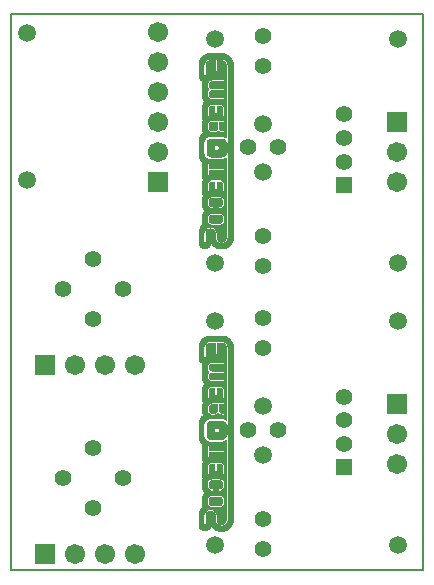
<source format=gbs>
%FSLAX23Y23*%
%MOIN*%
G70*
G01*
G75*
G04 Layer_Color=16711935*
%ADD10C,0.005*%
%ADD11R,0.067X0.043*%
%ADD12C,0.010*%
%ADD13R,0.037X0.035*%
%ADD14R,0.037X0.035*%
%ADD15R,0.045X0.069*%
%ADD16R,0.069X0.045*%
%ADD17C,0.012*%
%ADD18R,0.043X0.055*%
%ADD19O,0.010X0.022*%
%ADD20O,0.022X0.010*%
%ADD21C,0.008*%
%ADD22C,0.047*%
%ADD23C,0.059*%
%ADD24R,0.059X0.059*%
%ADD25R,0.059X0.059*%
%ADD26R,0.047X0.047*%
%ADD27C,0.051*%
%ADD28C,0.028*%
%ADD29C,0.024*%
%ADD30C,0.008*%
%ADD31C,0.010*%
%ADD32C,0.007*%
%ADD33R,0.075X0.051*%
%ADD34R,0.045X0.043*%
%ADD35R,0.045X0.043*%
%ADD36R,0.053X0.077*%
%ADD37R,0.077X0.053*%
%ADD38R,0.051X0.063*%
%ADD39O,0.018X0.030*%
%ADD40O,0.030X0.018*%
%ADD41C,0.055*%
%ADD42C,0.067*%
%ADD43R,0.067X0.067*%
%ADD44R,0.067X0.067*%
%ADD45R,0.055X0.055*%
%ADD46C,0.059*%
%ADD47C,0.001*%
D10*
X0Y0D02*
X1374D01*
Y1853D01*
X0D02*
X1374D01*
X0Y0D02*
Y1853D01*
D41*
X374Y309D02*
D03*
X274Y209D02*
D03*
X174Y309D02*
D03*
X274Y409D02*
D03*
X374Y939D02*
D03*
X274Y839D02*
D03*
X174Y939D02*
D03*
X274Y1039D02*
D03*
X838Y172D02*
D03*
Y72D02*
D03*
Y741D02*
D03*
Y841D02*
D03*
X888Y469D02*
D03*
X788D02*
D03*
X1111Y579D02*
D03*
Y500D02*
D03*
Y421D02*
D03*
X838Y1113D02*
D03*
Y1013D02*
D03*
Y1682D02*
D03*
Y1782D02*
D03*
X888Y1410D02*
D03*
X788D02*
D03*
X1111Y1520D02*
D03*
Y1441D02*
D03*
Y1362D02*
D03*
D42*
X412Y54D02*
D03*
X312D02*
D03*
X212D02*
D03*
X412Y684D02*
D03*
X312D02*
D03*
X212D02*
D03*
X1286Y355D02*
D03*
Y455D02*
D03*
Y1296D02*
D03*
Y1396D02*
D03*
X489Y1795D02*
D03*
Y1695D02*
D03*
Y1595D02*
D03*
Y1495D02*
D03*
Y1395D02*
D03*
D43*
X112Y54D02*
D03*
Y684D02*
D03*
D44*
X1286Y555D02*
D03*
Y1496D02*
D03*
X489Y1295D02*
D03*
D45*
X1111Y343D02*
D03*
Y1284D02*
D03*
D46*
X1291Y83D02*
D03*
Y831D02*
D03*
X681Y83D02*
D03*
Y831D02*
D03*
X838Y547D02*
D03*
Y386D02*
D03*
X1291Y1024D02*
D03*
Y1772D02*
D03*
X681Y1024D02*
D03*
Y1772D02*
D03*
X838Y1488D02*
D03*
Y1327D02*
D03*
X54Y1790D02*
D03*
Y1300D02*
D03*
D47*
X625Y702D02*
Y753D01*
Y441D02*
Y496D01*
X626Y700D02*
Y757D01*
Y437D02*
Y500D01*
X627Y699D02*
Y759D01*
Y435D02*
Y502D01*
Y142D02*
Y198D01*
X628Y698D02*
Y761D01*
Y432D02*
Y504D01*
Y141D02*
Y201D01*
X629Y697D02*
Y763D01*
Y431D02*
Y506D01*
Y140D02*
Y202D01*
X630Y696D02*
Y765D01*
Y429D02*
Y508D01*
Y139D02*
Y204D01*
X631Y695D02*
Y766D01*
Y428D02*
Y509D01*
Y138D02*
Y206D01*
X632Y694D02*
Y767D01*
Y426D02*
Y510D01*
Y138D02*
Y207D01*
X633Y694D02*
Y769D01*
Y425D02*
Y512D01*
Y137D02*
Y208D01*
X634Y693D02*
Y770D01*
Y424D02*
Y513D01*
Y137D02*
Y209D01*
X635Y693D02*
Y771D01*
Y423D02*
Y514D01*
Y373D02*
Y422D01*
Y317D02*
Y351D01*
Y277D02*
Y295D01*
Y222D02*
Y240D01*
Y136D02*
Y210D01*
X636Y693D02*
Y772D01*
Y666D02*
Y689D01*
Y637D02*
Y659D01*
Y567D02*
Y608D01*
Y526D02*
Y553D01*
Y370D02*
Y515D01*
Y314D02*
Y355D01*
Y273D02*
Y300D01*
Y218D02*
Y244D01*
Y136D02*
Y211D01*
X637Y663D02*
Y773D01*
Y634D02*
Y662D01*
Y565D02*
Y611D01*
Y523D02*
Y556D01*
Y368D02*
Y516D01*
Y312D02*
Y358D01*
Y270D02*
Y303D01*
Y214D02*
Y247D01*
Y135D02*
Y212D01*
X638Y631D02*
Y774D01*
Y564D02*
Y614D01*
Y521D02*
Y558D01*
Y366D02*
Y516D01*
Y311D02*
Y361D01*
Y268D02*
Y305D01*
Y135D02*
Y250D01*
X639Y630D02*
Y774D01*
Y563D02*
Y615D01*
Y519D02*
Y560D01*
Y365D02*
Y517D01*
Y310D02*
Y363D01*
Y266D02*
Y307D01*
Y135D02*
Y252D01*
X640Y628D02*
Y775D01*
Y264D02*
Y617D01*
Y135D02*
Y253D01*
X641Y627D02*
Y776D01*
Y263D02*
Y619D01*
Y135D02*
Y255D01*
X642Y748D02*
Y777D01*
Y625D02*
Y710D01*
Y491D02*
Y620D01*
Y261D02*
Y446D01*
Y187D02*
Y256D01*
X643Y752D02*
Y777D01*
Y624D02*
Y710D01*
Y495D02*
Y621D01*
Y260D02*
Y442D01*
Y191D02*
Y257D01*
X644Y754D02*
Y778D01*
Y623D02*
Y710D01*
Y497D02*
Y622D01*
Y259D02*
Y440D01*
Y193D02*
Y258D01*
X645Y755D02*
Y778D01*
Y498D02*
Y710D01*
Y195D02*
Y438D01*
X646Y757D02*
Y779D01*
Y500D02*
Y710D01*
Y196D02*
Y437D01*
X647Y758D02*
Y779D01*
Y501D02*
Y710D01*
Y197D02*
Y436D01*
X648Y759D02*
Y780D01*
Y502D02*
Y747D01*
Y198D02*
Y435D01*
Y135D02*
Y187D01*
X649Y760D02*
Y780D01*
Y503D02*
Y750D01*
Y199D02*
Y434D01*
Y135D02*
Y190D01*
X650Y761D02*
Y781D01*
Y504D02*
Y752D01*
Y200D02*
Y433D01*
Y135D02*
Y191D01*
X651Y761D02*
Y781D01*
Y504D02*
Y753D01*
Y201D02*
Y432D01*
Y135D02*
Y193D01*
X652Y762D02*
Y781D01*
Y505D02*
Y754D01*
Y448D02*
Y489D01*
Y202D02*
Y432D01*
Y135D02*
Y194D01*
X653Y763D02*
Y781D01*
Y684D02*
Y755D01*
Y655D02*
Y671D01*
Y604D02*
Y641D01*
Y548D02*
Y574D01*
Y505D02*
Y530D01*
Y446D02*
Y490D01*
Y418D02*
Y431D01*
Y351D02*
Y377D01*
Y295D02*
Y322D01*
Y240D02*
Y277D01*
Y202D02*
Y222D01*
Y136D02*
Y195D01*
X654Y763D02*
Y782D01*
Y687D02*
Y756D01*
Y657D02*
Y668D01*
Y606D02*
Y639D01*
Y551D02*
Y574D01*
Y506D02*
Y528D01*
Y445D02*
Y492D01*
Y418D02*
Y431D01*
Y353D02*
Y377D01*
Y298D02*
Y322D01*
Y242D02*
Y275D01*
Y203D02*
Y220D01*
Y136D02*
Y196D01*
X655Y764D02*
Y782D01*
Y688D02*
Y757D01*
Y659D02*
Y666D01*
Y608D02*
Y637D01*
Y552D02*
Y574D01*
Y506D02*
Y526D01*
Y443D02*
Y493D01*
Y418D02*
Y430D01*
Y355D02*
Y377D01*
Y300D02*
Y322D01*
Y244D02*
Y273D01*
Y203D02*
Y218D01*
Y137D02*
Y196D01*
X656Y764D02*
Y782D01*
Y690D02*
Y757D01*
Y660D02*
Y665D01*
Y609D02*
Y636D01*
Y554D02*
Y574D01*
Y507D02*
Y525D01*
Y442D02*
Y494D01*
Y418D02*
Y430D01*
Y356D02*
Y377D01*
Y301D02*
Y322D01*
Y245D02*
Y272D01*
Y203D02*
Y217D01*
Y137D02*
Y197D01*
X657Y764D02*
Y782D01*
Y691D02*
Y758D01*
Y662D02*
Y664D01*
Y610D02*
Y635D01*
Y555D02*
Y574D01*
Y507D02*
Y524D01*
Y442D02*
Y495D01*
Y418D02*
Y430D01*
Y357D02*
Y377D01*
Y302D02*
Y322D01*
Y247D02*
Y271D01*
Y204D02*
Y215D01*
Y138D02*
Y197D01*
X658Y764D02*
Y782D01*
Y692D02*
Y758D01*
Y611D02*
Y634D01*
Y556D02*
Y574D01*
Y507D02*
Y523D01*
Y441D02*
Y496D01*
Y418D02*
Y429D01*
Y358D02*
Y377D01*
Y303D02*
Y322D01*
Y248D02*
Y270D01*
Y204D02*
Y214D01*
Y138D02*
Y198D01*
X659Y765D02*
Y782D01*
Y693D02*
Y758D01*
Y612D02*
Y633D01*
Y557D02*
Y574D01*
Y507D02*
Y522D01*
Y440D02*
Y496D01*
Y418D02*
Y429D01*
Y359D02*
Y377D01*
Y304D02*
Y322D01*
Y248D02*
Y269D01*
Y204D02*
Y214D01*
Y139D02*
Y198D01*
X660Y765D02*
Y782D01*
Y693D02*
Y759D01*
Y672D02*
Y683D01*
Y643D02*
Y654D01*
Y613D02*
Y632D01*
Y557D02*
Y603D01*
Y532D02*
Y547D01*
Y508D02*
Y521D01*
Y440D02*
Y497D01*
Y401D02*
Y429D01*
Y360D02*
Y394D01*
Y304D02*
Y350D01*
Y279D02*
Y294D01*
Y249D02*
Y268D01*
Y223D02*
Y239D01*
Y204D02*
Y213D01*
Y140D02*
Y198D01*
X661Y765D02*
Y782D01*
Y694D02*
Y759D01*
Y670D02*
Y685D01*
Y641D02*
Y655D01*
Y613D02*
Y632D01*
Y558D02*
Y604D01*
Y530D02*
Y549D01*
Y508D02*
Y521D01*
Y439D02*
Y497D01*
Y401D02*
Y429D01*
Y360D02*
Y394D01*
Y305D02*
Y351D01*
Y277D02*
Y296D01*
Y250D02*
Y268D01*
Y221D02*
Y241D01*
Y204D02*
Y212D01*
Y141D02*
Y198D01*
X662Y765D02*
Y782D01*
Y694D02*
Y759D01*
Y669D02*
Y686D01*
Y640D02*
Y657D01*
Y614D02*
Y631D01*
Y559D02*
Y605D01*
Y529D02*
Y550D01*
Y508D02*
Y520D01*
Y439D02*
Y498D01*
Y401D02*
Y429D01*
Y361D02*
Y394D01*
Y305D02*
Y353D01*
Y276D02*
Y297D01*
Y250D02*
Y267D01*
Y220D02*
Y242D01*
Y204D02*
Y212D01*
Y142D02*
Y198D01*
X663Y765D02*
Y782D01*
Y695D02*
Y759D01*
Y668D02*
Y687D01*
Y639D02*
Y657D01*
Y614D02*
Y631D01*
Y559D02*
Y606D01*
Y528D02*
Y551D01*
Y508D02*
Y520D01*
Y439D02*
Y498D01*
Y401D02*
Y429D01*
Y361D02*
Y394D01*
Y306D02*
Y353D01*
Y275D02*
Y298D01*
Y250D02*
Y267D01*
Y220D02*
Y242D01*
Y204D02*
Y212D01*
Y144D02*
Y199D01*
X664Y765D02*
Y782D01*
Y695D02*
Y759D01*
Y667D02*
Y687D01*
Y638D02*
Y658D01*
Y615D02*
Y631D01*
Y559D02*
Y607D01*
Y527D02*
Y552D01*
Y508D02*
Y520D01*
Y439D02*
Y498D01*
Y401D02*
Y429D01*
Y362D02*
Y394D01*
Y306D02*
Y354D01*
Y274D02*
Y299D01*
Y251D02*
Y267D01*
Y219D02*
Y243D01*
Y204D02*
Y211D01*
Y146D02*
Y198D01*
X665Y765D02*
Y782D01*
Y695D02*
Y759D01*
Y667D02*
Y688D01*
Y638D02*
Y659D01*
Y615D02*
Y630D01*
Y559D02*
Y607D01*
Y527D02*
Y552D01*
Y508D02*
Y519D01*
Y439D02*
Y498D01*
Y401D02*
Y429D01*
Y362D02*
Y394D01*
Y306D02*
Y355D01*
Y274D02*
Y299D01*
Y251D02*
Y266D01*
Y218D02*
Y244D01*
Y204D02*
Y211D01*
Y153D02*
Y198D01*
X666Y765D02*
Y782D01*
Y696D02*
Y759D01*
Y667D02*
Y688D01*
Y637D02*
Y659D01*
Y615D02*
Y630D01*
Y559D02*
Y608D01*
Y526D02*
Y552D01*
Y508D02*
Y519D01*
Y438D02*
Y498D01*
Y401D02*
Y429D01*
Y362D02*
Y394D01*
Y307D02*
Y355D01*
Y273D02*
Y299D01*
Y251D02*
Y266D01*
Y218D02*
Y244D01*
Y204D02*
Y211D01*
Y151D02*
Y198D01*
X667Y765D02*
Y782D01*
Y696D02*
Y759D01*
Y667D02*
Y689D01*
Y637D02*
Y659D01*
Y615D02*
Y630D01*
Y560D02*
Y608D01*
Y526D02*
Y553D01*
Y508D02*
Y519D01*
Y438D02*
Y498D01*
Y401D02*
Y429D01*
Y362D02*
Y394D01*
Y307D02*
Y355D01*
Y273D02*
Y300D01*
Y251D02*
Y266D01*
Y218D02*
Y244D01*
Y204D02*
Y211D01*
Y149D02*
Y198D01*
X668Y765D02*
Y782D01*
Y696D02*
Y759D01*
Y666D02*
Y689D01*
Y637D02*
Y659D01*
Y615D02*
Y630D01*
Y560D02*
Y608D01*
Y526D02*
Y553D01*
Y508D02*
Y519D01*
Y438D02*
Y498D01*
Y401D02*
Y429D01*
Y362D02*
Y394D01*
Y307D02*
Y355D01*
Y273D02*
Y300D01*
Y251D02*
Y266D01*
Y218D02*
Y244D01*
Y204D02*
Y211D01*
Y148D02*
Y198D01*
X669Y765D02*
Y782D01*
Y696D02*
Y759D01*
Y666D02*
Y689D01*
Y637D02*
Y659D01*
Y615D02*
Y630D01*
Y560D02*
Y608D01*
Y526D02*
Y553D01*
Y508D02*
Y519D01*
Y438D02*
Y498D01*
Y401D02*
Y429D01*
Y362D02*
Y394D01*
Y307D02*
Y355D01*
Y273D02*
Y300D01*
Y251D02*
Y266D01*
Y218D02*
Y244D01*
Y204D02*
Y211D01*
Y147D02*
Y197D01*
X670Y765D02*
Y782D01*
Y696D02*
Y759D01*
Y666D02*
Y689D01*
Y637D02*
Y659D01*
Y615D02*
Y630D01*
Y560D02*
Y608D01*
Y526D02*
Y553D01*
Y508D02*
Y519D01*
Y438D02*
Y498D01*
Y401D02*
Y429D01*
Y362D02*
Y394D01*
Y307D02*
Y355D01*
Y273D02*
Y300D01*
Y251D02*
Y266D01*
Y218D02*
Y244D01*
Y203D02*
Y211D01*
Y145D02*
Y197D01*
X671Y765D02*
Y782D01*
Y696D02*
Y759D01*
Y666D02*
Y689D01*
Y637D02*
Y659D01*
Y615D02*
Y630D01*
Y560D02*
Y608D01*
Y526D02*
Y553D01*
Y508D02*
Y519D01*
Y438D02*
Y498D01*
Y401D02*
Y429D01*
Y362D02*
Y394D01*
Y307D02*
Y355D01*
Y273D02*
Y300D01*
Y251D02*
Y266D01*
Y218D02*
Y244D01*
Y203D02*
Y211D01*
Y144D02*
Y196D01*
X672Y765D02*
Y782D01*
Y696D02*
Y759D01*
Y666D02*
Y689D01*
Y637D02*
Y659D01*
Y615D02*
Y630D01*
Y560D02*
Y608D01*
Y526D02*
Y553D01*
Y508D02*
Y519D01*
Y438D02*
Y498D01*
Y401D02*
Y429D01*
Y362D02*
Y394D01*
Y307D02*
Y355D01*
Y273D02*
Y300D01*
Y267D02*
Y272D01*
Y251D02*
Y266D01*
Y218D02*
Y244D01*
Y203D02*
Y211D01*
Y143D02*
Y196D01*
X673Y765D02*
Y782D01*
Y696D02*
Y759D01*
Y666D02*
Y689D01*
Y637D02*
Y659D01*
Y615D02*
Y630D01*
Y560D02*
Y608D01*
Y526D02*
Y553D01*
Y508D02*
Y519D01*
Y438D02*
Y498D01*
Y401D02*
Y429D01*
Y362D02*
Y394D01*
Y307D02*
Y355D01*
Y251D02*
Y300D01*
Y218D02*
Y244D01*
Y202D02*
Y211D01*
Y142D02*
Y195D01*
X674Y765D02*
Y782D01*
Y696D02*
Y759D01*
Y666D02*
Y689D01*
Y637D02*
Y659D01*
Y615D02*
Y630D01*
Y560D02*
Y608D01*
Y526D02*
Y553D01*
Y508D02*
Y519D01*
Y438D02*
Y498D01*
Y401D02*
Y429D01*
Y362D02*
Y394D01*
Y307D02*
Y355D01*
Y251D02*
Y300D01*
Y218D02*
Y244D01*
Y202D02*
Y211D01*
Y141D02*
Y194D01*
X675Y765D02*
Y782D01*
Y696D02*
Y759D01*
Y666D02*
Y689D01*
Y637D02*
Y659D01*
Y615D02*
Y630D01*
Y560D02*
Y608D01*
Y526D02*
Y553D01*
Y508D02*
Y519D01*
Y438D02*
Y498D01*
Y401D02*
Y429D01*
Y362D02*
Y394D01*
Y307D02*
Y355D01*
Y251D02*
Y300D01*
Y218D02*
Y244D01*
Y201D02*
Y211D01*
Y140D02*
Y193D01*
X676Y765D02*
Y782D01*
Y696D02*
Y759D01*
Y666D02*
Y689D01*
Y637D02*
Y659D01*
Y615D02*
Y630D01*
Y560D02*
Y608D01*
Y526D02*
Y553D01*
Y508D02*
Y519D01*
Y474D02*
Y498D01*
Y438D02*
Y462D01*
Y401D02*
Y429D01*
Y362D02*
Y394D01*
Y307D02*
Y355D01*
Y251D02*
Y300D01*
Y218D02*
Y244D01*
Y200D02*
Y211D01*
Y140D02*
Y191D01*
X677Y765D02*
Y782D01*
Y696D02*
Y759D01*
Y666D02*
Y689D01*
Y637D02*
Y659D01*
Y615D02*
Y630D01*
Y560D02*
Y608D01*
Y526D02*
Y553D01*
Y508D02*
Y519D01*
Y476D02*
Y498D01*
Y438D02*
Y461D01*
Y401D02*
Y429D01*
Y362D02*
Y394D01*
Y307D02*
Y355D01*
Y251D02*
Y300D01*
Y218D02*
Y244D01*
Y199D02*
Y211D01*
Y139D02*
Y190D01*
X678Y765D02*
Y782D01*
Y696D02*
Y759D01*
Y666D02*
Y689D01*
Y637D02*
Y659D01*
Y615D02*
Y630D01*
Y560D02*
Y583D01*
Y526D02*
Y553D01*
Y508D02*
Y519D01*
Y476D02*
Y498D01*
Y438D02*
Y461D01*
Y401D02*
Y429D01*
Y362D02*
Y394D01*
Y307D02*
Y330D01*
Y251D02*
Y300D01*
Y218D02*
Y244D01*
Y198D02*
Y211D01*
Y138D02*
Y187D01*
X679Y765D02*
Y782D01*
Y696D02*
Y722D01*
Y666D02*
Y689D01*
Y637D02*
Y659D01*
Y615D02*
Y630D01*
Y560D02*
Y583D01*
Y526D02*
Y553D01*
Y508D02*
Y519D01*
Y476D02*
Y498D01*
Y438D02*
Y460D01*
Y401D02*
Y429D01*
Y362D02*
Y394D01*
Y307D02*
Y330D01*
Y251D02*
Y300D01*
Y218D02*
Y244D01*
Y197D02*
Y211D01*
Y137D02*
Y165D01*
X680Y765D02*
Y782D01*
Y696D02*
Y722D01*
Y666D02*
Y689D01*
Y637D02*
Y659D01*
Y615D02*
Y630D01*
Y560D02*
Y583D01*
Y527D02*
Y553D01*
Y508D02*
Y519D01*
Y476D02*
Y498D01*
Y438D02*
Y460D01*
Y401D02*
Y429D01*
Y362D02*
Y394D01*
Y307D02*
Y330D01*
Y251D02*
Y300D01*
Y218D02*
Y244D01*
Y196D02*
Y211D01*
Y137D02*
Y163D01*
X681Y765D02*
Y782D01*
Y696D02*
Y722D01*
Y666D02*
Y689D01*
Y637D02*
Y659D01*
Y615D02*
Y630D01*
Y560D02*
Y583D01*
Y527D02*
Y553D01*
Y508D02*
Y520D01*
Y476D02*
Y498D01*
Y438D02*
Y460D01*
Y401D02*
Y429D01*
Y362D02*
Y394D01*
Y307D02*
Y330D01*
Y251D02*
Y300D01*
Y218D02*
Y244D01*
Y195D02*
Y211D01*
Y136D02*
Y160D01*
X682Y765D02*
Y782D01*
Y696D02*
Y722D01*
Y666D02*
Y689D01*
Y637D02*
Y659D01*
Y615D02*
Y630D01*
Y560D02*
Y583D01*
Y528D02*
Y553D01*
Y508D02*
Y520D01*
Y476D02*
Y498D01*
Y438D02*
Y460D01*
Y401D02*
Y429D01*
Y362D02*
Y394D01*
Y307D02*
Y330D01*
Y251D02*
Y300D01*
Y218D02*
Y244D01*
Y193D02*
Y211D01*
Y136D02*
Y159D01*
X683Y765D02*
Y782D01*
Y696D02*
Y722D01*
Y666D02*
Y689D01*
Y637D02*
Y659D01*
Y615D02*
Y630D01*
Y560D02*
Y583D01*
Y529D02*
Y553D01*
Y508D02*
Y520D01*
Y476D02*
Y498D01*
Y438D02*
Y460D01*
Y401D02*
Y429D01*
Y362D02*
Y394D01*
Y307D02*
Y330D01*
Y251D02*
Y300D01*
Y218D02*
Y244D01*
Y191D02*
Y211D01*
Y135D02*
Y157D01*
X684Y765D02*
Y782D01*
Y696D02*
Y722D01*
Y666D02*
Y689D01*
Y637D02*
Y659D01*
Y615D02*
Y630D01*
Y560D02*
Y583D01*
Y530D02*
Y553D01*
Y508D02*
Y521D01*
Y476D02*
Y498D01*
Y438D02*
Y460D01*
Y401D02*
Y429D01*
Y362D02*
Y394D01*
Y307D02*
Y330D01*
Y251D02*
Y300D01*
Y218D02*
Y244D01*
Y188D02*
Y211D01*
Y135D02*
Y156D01*
X685Y765D02*
Y782D01*
Y696D02*
Y759D01*
Y666D02*
Y689D01*
Y637D02*
Y659D01*
Y615D02*
Y630D01*
Y560D02*
Y608D01*
Y531D02*
Y553D01*
Y508D02*
Y521D01*
Y476D02*
Y498D01*
Y438D02*
Y460D01*
Y401D02*
Y429D01*
Y362D02*
Y394D01*
Y307D02*
Y355D01*
Y251D02*
Y300D01*
Y218D02*
Y244D01*
Y166D02*
Y211D01*
Y134D02*
Y155D01*
X686Y765D02*
Y782D01*
Y696D02*
Y759D01*
Y666D02*
Y689D01*
Y637D02*
Y659D01*
Y615D02*
Y630D01*
Y560D02*
Y608D01*
Y508D02*
Y522D01*
Y476D02*
Y498D01*
Y438D02*
Y460D01*
Y401D02*
Y429D01*
Y362D02*
Y394D01*
Y307D02*
Y355D01*
Y251D02*
Y300D01*
Y218D02*
Y244D01*
Y164D02*
Y211D01*
Y134D02*
Y154D01*
X687Y765D02*
Y782D01*
Y696D02*
Y759D01*
Y666D02*
Y689D01*
Y637D02*
Y659D01*
Y615D02*
Y630D01*
Y560D02*
Y608D01*
Y508D02*
Y523D01*
Y476D02*
Y498D01*
Y438D02*
Y460D01*
Y401D02*
Y429D01*
Y362D02*
Y394D01*
Y307D02*
Y355D01*
Y251D02*
Y300D01*
Y218D02*
Y244D01*
Y162D02*
Y211D01*
Y133D02*
Y153D01*
X688Y765D02*
Y782D01*
Y696D02*
Y759D01*
Y666D02*
Y689D01*
Y637D02*
Y659D01*
Y615D02*
Y630D01*
Y560D02*
Y608D01*
Y508D02*
Y524D01*
Y476D02*
Y498D01*
Y438D02*
Y460D01*
Y401D02*
Y429D01*
Y362D02*
Y394D01*
Y307D02*
Y355D01*
Y251D02*
Y300D01*
Y218D02*
Y244D01*
Y161D02*
Y211D01*
Y133D02*
Y153D01*
X689Y765D02*
Y782D01*
Y696D02*
Y759D01*
Y666D02*
Y689D01*
Y637D02*
Y659D01*
Y615D02*
Y630D01*
Y560D02*
Y608D01*
Y508D02*
Y525D01*
Y476D02*
Y498D01*
Y438D02*
Y461D01*
Y401D02*
Y429D01*
Y362D02*
Y394D01*
Y307D02*
Y355D01*
Y251D02*
Y300D01*
Y218D02*
Y244D01*
Y160D02*
Y211D01*
Y133D02*
Y152D01*
X690Y765D02*
Y782D01*
Y696D02*
Y759D01*
Y666D02*
Y689D01*
Y637D02*
Y659D01*
Y615D02*
Y630D01*
Y560D02*
Y608D01*
Y508D02*
Y525D01*
Y476D02*
Y498D01*
Y438D02*
Y461D01*
Y401D02*
Y429D01*
Y362D02*
Y394D01*
Y307D02*
Y355D01*
Y251D02*
Y300D01*
Y218D02*
Y244D01*
Y159D02*
Y211D01*
Y133D02*
Y151D01*
X691Y765D02*
Y782D01*
Y696D02*
Y759D01*
Y666D02*
Y689D01*
Y637D02*
Y659D01*
Y615D02*
Y630D01*
Y560D02*
Y608D01*
Y508D02*
Y523D01*
Y474D02*
Y498D01*
Y438D02*
Y462D01*
Y401D02*
Y429D01*
Y362D02*
Y394D01*
Y307D02*
Y355D01*
Y273D02*
Y300D01*
Y251D02*
Y266D01*
Y218D02*
Y244D01*
Y158D02*
Y211D01*
Y132D02*
Y151D01*
X692Y765D02*
Y782D01*
Y696D02*
Y759D01*
Y666D02*
Y689D01*
Y637D02*
Y659D01*
Y615D02*
Y630D01*
Y560D02*
Y608D01*
Y508D02*
Y522D01*
Y438D02*
Y498D01*
Y401D02*
Y429D01*
Y362D02*
Y394D01*
Y307D02*
Y355D01*
Y273D02*
Y300D01*
Y251D02*
Y266D01*
Y218D02*
Y244D01*
Y157D02*
Y211D01*
Y132D02*
Y150D01*
X693Y765D02*
Y782D01*
Y696D02*
Y759D01*
Y666D02*
Y689D01*
Y637D02*
Y659D01*
Y615D02*
Y630D01*
Y560D02*
Y608D01*
Y533D02*
Y553D01*
Y508D02*
Y522D01*
Y438D02*
Y498D01*
Y401D02*
Y429D01*
Y362D02*
Y394D01*
Y307D02*
Y355D01*
Y273D02*
Y300D01*
Y251D02*
Y266D01*
Y218D02*
Y244D01*
Y157D02*
Y211D01*
Y132D02*
Y150D01*
X694Y765D02*
Y782D01*
Y696D02*
Y759D01*
Y666D02*
Y689D01*
Y637D02*
Y659D01*
Y615D02*
Y630D01*
Y560D02*
Y608D01*
Y531D02*
Y553D01*
Y508D02*
Y521D01*
Y438D02*
Y498D01*
Y401D02*
Y429D01*
Y362D02*
Y394D01*
Y307D02*
Y355D01*
Y273D02*
Y300D01*
Y251D02*
Y266D01*
Y218D02*
Y244D01*
Y156D02*
Y211D01*
Y132D02*
Y150D01*
X695Y765D02*
Y782D01*
Y696D02*
Y759D01*
Y666D02*
Y689D01*
Y637D02*
Y659D01*
Y615D02*
Y630D01*
Y560D02*
Y608D01*
Y529D02*
Y553D01*
Y508D02*
Y521D01*
Y438D02*
Y498D01*
Y401D02*
Y429D01*
Y362D02*
Y394D01*
Y307D02*
Y355D01*
Y273D02*
Y300D01*
Y251D02*
Y266D01*
Y218D02*
Y244D01*
Y156D02*
Y211D01*
Y132D02*
Y150D01*
X696Y765D02*
Y782D01*
Y696D02*
Y759D01*
Y666D02*
Y689D01*
Y637D02*
Y659D01*
Y615D02*
Y630D01*
Y560D02*
Y608D01*
Y528D02*
Y553D01*
Y508D02*
Y520D01*
Y438D02*
Y498D01*
Y401D02*
Y429D01*
Y362D02*
Y394D01*
Y307D02*
Y355D01*
Y274D02*
Y299D01*
Y251D02*
Y266D01*
Y218D02*
Y244D01*
Y156D02*
Y211D01*
Y132D02*
Y149D01*
X697Y765D02*
Y782D01*
Y696D02*
Y759D01*
Y666D02*
Y689D01*
Y637D02*
Y659D01*
Y615D02*
Y630D01*
Y560D02*
Y607D01*
Y528D02*
Y553D01*
Y508D02*
Y520D01*
Y438D02*
Y498D01*
Y401D02*
Y429D01*
Y362D02*
Y394D01*
Y306D02*
Y354D01*
Y274D02*
Y299D01*
Y251D02*
Y266D01*
Y218D02*
Y244D01*
Y155D02*
Y211D01*
Y132D02*
Y149D01*
X698Y765D02*
Y782D01*
Y696D02*
Y759D01*
Y666D02*
Y689D01*
Y637D02*
Y659D01*
Y615D02*
Y630D01*
Y560D02*
Y607D01*
Y527D02*
Y553D01*
Y508D02*
Y520D01*
Y438D02*
Y498D01*
Y401D02*
Y429D01*
Y362D02*
Y394D01*
Y306D02*
Y354D01*
Y274D02*
Y299D01*
Y251D02*
Y267D01*
Y219D02*
Y243D01*
Y155D02*
Y211D01*
Y132D02*
Y149D01*
X699Y765D02*
Y782D01*
Y696D02*
Y759D01*
Y666D02*
Y689D01*
Y637D02*
Y659D01*
Y614D02*
Y630D01*
Y560D02*
Y606D01*
Y527D02*
Y553D01*
Y508D02*
Y519D01*
Y438D02*
Y498D01*
Y401D02*
Y429D01*
Y361D02*
Y394D01*
Y306D02*
Y353D01*
Y275D02*
Y298D01*
Y250D02*
Y267D01*
Y220D02*
Y242D01*
Y155D02*
Y212D01*
Y132D02*
Y149D01*
X700Y765D02*
Y782D01*
Y696D02*
Y759D01*
Y666D02*
Y689D01*
Y637D02*
Y659D01*
Y614D02*
Y630D01*
Y560D02*
Y605D01*
Y526D02*
Y553D01*
Y508D02*
Y519D01*
Y438D02*
Y498D01*
Y401D02*
Y429D01*
Y361D02*
Y394D01*
Y305D02*
Y352D01*
Y276D02*
Y297D01*
Y250D02*
Y267D01*
Y220D02*
Y242D01*
Y155D02*
Y212D01*
Y132D02*
Y149D01*
X701Y765D02*
Y782D01*
Y696D02*
Y759D01*
Y666D02*
Y689D01*
Y637D02*
Y659D01*
Y613D02*
Y630D01*
Y560D02*
Y604D01*
Y526D02*
Y553D01*
Y508D02*
Y519D01*
Y438D02*
Y498D01*
Y401D02*
Y429D01*
Y360D02*
Y394D01*
Y305D02*
Y351D01*
Y277D02*
Y296D01*
Y250D02*
Y268D01*
Y222D02*
Y240D01*
Y155D02*
Y212D01*
Y132D02*
Y149D01*
X702Y765D02*
Y782D01*
Y696D02*
Y759D01*
Y666D02*
Y689D01*
Y637D02*
Y659D01*
Y613D02*
Y630D01*
Y560D02*
Y603D01*
Y526D02*
Y553D01*
Y508D02*
Y519D01*
Y439D02*
Y498D01*
Y401D02*
Y429D01*
Y360D02*
Y394D01*
Y304D02*
Y350D01*
Y279D02*
Y294D01*
Y249D02*
Y268D01*
Y223D02*
Y239D01*
Y155D02*
Y213D01*
Y132D02*
Y149D01*
X703Y765D02*
Y782D01*
Y696D02*
Y759D01*
Y666D02*
Y689D01*
Y637D02*
Y659D01*
Y612D02*
Y630D01*
Y560D02*
Y574D01*
Y526D02*
Y553D01*
Y508D02*
Y519D01*
Y439D02*
Y498D01*
Y401D02*
Y429D01*
Y359D02*
Y394D01*
Y304D02*
Y322D01*
Y248D02*
Y269D01*
Y155D02*
Y214D01*
Y132D02*
Y149D01*
X704Y765D02*
Y782D01*
Y696D02*
Y758D01*
Y666D02*
Y689D01*
Y637D02*
Y659D01*
Y611D02*
Y630D01*
Y560D02*
Y574D01*
Y526D02*
Y553D01*
Y507D02*
Y519D01*
Y439D02*
Y498D01*
Y401D02*
Y429D01*
Y358D02*
Y394D01*
Y303D02*
Y322D01*
Y247D02*
Y270D01*
Y156D02*
Y215D01*
Y132D02*
Y149D01*
X705Y764D02*
Y782D01*
Y696D02*
Y758D01*
Y666D02*
Y689D01*
Y637D02*
Y659D01*
Y610D02*
Y630D01*
Y560D02*
Y574D01*
Y526D02*
Y553D01*
Y507D02*
Y519D01*
Y439D02*
Y498D01*
Y401D02*
Y429D01*
Y357D02*
Y394D01*
Y302D02*
Y322D01*
Y247D02*
Y271D01*
Y156D02*
Y216D01*
Y132D02*
Y150D01*
X706Y764D02*
Y782D01*
Y696D02*
Y758D01*
Y666D02*
Y689D01*
Y637D02*
Y659D01*
Y609D02*
Y630D01*
Y560D02*
Y574D01*
Y526D02*
Y553D01*
Y507D02*
Y519D01*
Y439D02*
Y497D01*
Y401D02*
Y430D01*
Y356D02*
Y394D01*
Y301D02*
Y322D01*
Y245D02*
Y272D01*
Y156D02*
Y217D01*
Y132D02*
Y150D01*
X707Y764D02*
Y782D01*
Y696D02*
Y757D01*
Y666D02*
Y689D01*
Y637D02*
Y659D01*
Y608D02*
Y630D01*
Y560D02*
Y574D01*
Y526D02*
Y553D01*
Y507D02*
Y519D01*
Y440D02*
Y497D01*
Y401D02*
Y430D01*
Y355D02*
Y394D01*
Y300D02*
Y322D01*
Y244D02*
Y273D01*
Y157D02*
Y218D01*
Y132D02*
Y150D01*
X708Y764D02*
Y782D01*
Y696D02*
Y757D01*
Y666D02*
Y689D01*
Y637D02*
Y659D01*
Y606D02*
Y630D01*
Y560D02*
Y574D01*
Y526D02*
Y553D01*
Y506D02*
Y519D01*
Y441D02*
Y496D01*
Y401D02*
Y430D01*
Y353D02*
Y394D01*
Y298D02*
Y322D01*
Y242D02*
Y275D01*
Y157D02*
Y220D01*
Y132D02*
Y150D01*
X709Y763D02*
Y782D01*
Y696D02*
Y756D01*
Y666D02*
Y689D01*
Y637D02*
Y659D01*
Y603D02*
Y630D01*
Y560D02*
Y574D01*
Y526D02*
Y553D01*
Y506D02*
Y519D01*
Y441D02*
Y495D01*
Y401D02*
Y431D01*
Y350D02*
Y394D01*
Y295D02*
Y322D01*
Y239D02*
Y278D01*
Y158D02*
Y223D01*
Y132D02*
Y151D01*
X710Y763D02*
Y781D01*
Y505D02*
Y755D01*
Y442D02*
Y495D01*
Y159D02*
Y431D01*
Y133D02*
Y151D01*
X711Y762D02*
Y781D01*
Y505D02*
Y754D01*
Y443D02*
Y494D01*
Y160D02*
Y432D01*
Y133D02*
Y152D01*
X712Y761D02*
Y781D01*
Y504D02*
Y753D01*
Y444D02*
Y493D01*
Y161D02*
Y432D01*
Y133D02*
Y153D01*
X713Y761D02*
Y781D01*
Y504D02*
Y752D01*
Y445D02*
Y492D01*
Y162D02*
Y433D01*
Y133D02*
Y153D01*
X714Y760D02*
Y780D01*
Y503D02*
Y750D01*
Y446D02*
Y490D01*
Y164D02*
Y434D01*
Y134D02*
Y154D01*
X715Y759D02*
Y780D01*
Y502D02*
Y747D01*
Y448D02*
Y488D01*
Y167D02*
Y434D01*
Y134D02*
Y155D01*
X716Y758D02*
Y779D01*
Y454D02*
Y483D01*
Y135D02*
Y156D01*
X717Y757D02*
Y779D01*
Y455D02*
Y482D01*
Y135D02*
Y157D01*
X718Y755D02*
Y778D01*
Y455D02*
Y482D01*
Y136D02*
Y159D01*
X719Y754D02*
Y778D01*
Y455D02*
Y482D01*
Y136D02*
Y160D01*
X720Y752D02*
Y777D01*
Y455D02*
Y482D01*
Y137D02*
Y162D01*
X721Y748D02*
Y777D01*
Y454D02*
Y483D01*
Y137D02*
Y166D01*
X722Y138D02*
Y776D01*
X723Y139D02*
Y775D01*
X724Y140D02*
Y774D01*
X725Y140D02*
Y774D01*
X726Y141D02*
Y773D01*
X727Y142D02*
Y772D01*
X728Y143D02*
Y771D01*
X729Y144D02*
Y770D01*
X730Y145D02*
Y769D01*
X731Y147D02*
Y767D01*
X732Y148D02*
Y766D01*
X733Y149D02*
Y765D01*
X734Y151D02*
Y763D01*
X735Y153D02*
Y761D01*
X736Y155D02*
Y759D01*
X737Y157D02*
Y757D01*
X738Y161D02*
Y753D01*
X635Y671D02*
Y685D01*
Y641D02*
Y655D01*
Y570D02*
Y604D01*
Y530D02*
Y549D01*
X642Y135D02*
Y153D01*
X643Y135D02*
Y153D01*
X644Y135D02*
Y153D01*
X645Y135D02*
Y153D01*
X646Y135D02*
Y153D01*
X647Y135D02*
Y153D01*
X625Y1643D02*
Y1694D01*
Y1382D02*
Y1437D01*
X626Y1641D02*
Y1698D01*
Y1378D02*
Y1441D01*
X627Y1640D02*
Y1700D01*
Y1376D02*
Y1443D01*
Y1083D02*
Y1139D01*
X628Y1639D02*
Y1702D01*
Y1373D02*
Y1445D01*
Y1082D02*
Y1142D01*
X629Y1638D02*
Y1704D01*
Y1372D02*
Y1447D01*
Y1081D02*
Y1143D01*
X630Y1637D02*
Y1706D01*
Y1370D02*
Y1449D01*
Y1080D02*
Y1145D01*
X631Y1636D02*
Y1707D01*
Y1369D02*
Y1450D01*
Y1079D02*
Y1147D01*
X632Y1635D02*
Y1708D01*
Y1367D02*
Y1451D01*
Y1079D02*
Y1148D01*
X633Y1635D02*
Y1710D01*
Y1366D02*
Y1453D01*
Y1078D02*
Y1149D01*
X634Y1634D02*
Y1711D01*
Y1365D02*
Y1454D01*
Y1078D02*
Y1150D01*
X635Y1634D02*
Y1712D01*
Y1364D02*
Y1455D01*
Y1314D02*
Y1363D01*
Y1258D02*
Y1292D01*
Y1218D02*
Y1236D01*
Y1163D02*
Y1181D01*
Y1077D02*
Y1151D01*
X636Y1634D02*
Y1713D01*
Y1607D02*
Y1630D01*
Y1578D02*
Y1600D01*
Y1508D02*
Y1549D01*
Y1467D02*
Y1494D01*
Y1311D02*
Y1456D01*
Y1255D02*
Y1296D01*
Y1214D02*
Y1241D01*
Y1159D02*
Y1185D01*
Y1077D02*
Y1152D01*
X637Y1604D02*
Y1714D01*
Y1575D02*
Y1603D01*
Y1506D02*
Y1552D01*
Y1464D02*
Y1497D01*
Y1309D02*
Y1457D01*
Y1253D02*
Y1299D01*
Y1211D02*
Y1244D01*
Y1155D02*
Y1188D01*
Y1076D02*
Y1153D01*
X638Y1572D02*
Y1715D01*
Y1505D02*
Y1555D01*
Y1462D02*
Y1499D01*
Y1307D02*
Y1457D01*
Y1252D02*
Y1302D01*
Y1209D02*
Y1246D01*
Y1076D02*
Y1191D01*
X639Y1571D02*
Y1715D01*
Y1504D02*
Y1556D01*
Y1460D02*
Y1501D01*
Y1306D02*
Y1458D01*
Y1251D02*
Y1304D01*
Y1207D02*
Y1248D01*
Y1076D02*
Y1193D01*
X640Y1569D02*
Y1716D01*
Y1205D02*
Y1558D01*
Y1076D02*
Y1194D01*
X641Y1568D02*
Y1717D01*
Y1204D02*
Y1560D01*
Y1076D02*
Y1196D01*
X642Y1689D02*
Y1718D01*
Y1566D02*
Y1651D01*
Y1432D02*
Y1561D01*
Y1202D02*
Y1387D01*
Y1128D02*
Y1197D01*
X643Y1693D02*
Y1718D01*
Y1565D02*
Y1651D01*
Y1436D02*
Y1562D01*
Y1201D02*
Y1383D01*
Y1132D02*
Y1198D01*
X644Y1695D02*
Y1719D01*
Y1564D02*
Y1651D01*
Y1438D02*
Y1563D01*
Y1200D02*
Y1381D01*
Y1134D02*
Y1199D01*
X645Y1696D02*
Y1719D01*
Y1439D02*
Y1651D01*
Y1136D02*
Y1379D01*
X646Y1698D02*
Y1720D01*
Y1441D02*
Y1651D01*
Y1137D02*
Y1378D01*
X647Y1699D02*
Y1720D01*
Y1442D02*
Y1651D01*
Y1138D02*
Y1377D01*
X648Y1700D02*
Y1721D01*
Y1443D02*
Y1688D01*
Y1139D02*
Y1376D01*
Y1076D02*
Y1128D01*
X649Y1701D02*
Y1721D01*
Y1444D02*
Y1691D01*
Y1140D02*
Y1375D01*
Y1076D02*
Y1131D01*
X650Y1702D02*
Y1722D01*
Y1445D02*
Y1693D01*
Y1141D02*
Y1374D01*
Y1076D02*
Y1132D01*
X651Y1702D02*
Y1722D01*
Y1445D02*
Y1694D01*
Y1142D02*
Y1373D01*
Y1076D02*
Y1134D01*
X652Y1703D02*
Y1722D01*
Y1446D02*
Y1695D01*
Y1389D02*
Y1430D01*
Y1143D02*
Y1373D01*
Y1076D02*
Y1135D01*
X653Y1704D02*
Y1722D01*
Y1625D02*
Y1696D01*
Y1596D02*
Y1612D01*
Y1545D02*
Y1582D01*
Y1489D02*
Y1515D01*
Y1446D02*
Y1471D01*
Y1387D02*
Y1431D01*
Y1359D02*
Y1372D01*
Y1292D02*
Y1318D01*
Y1236D02*
Y1263D01*
Y1181D02*
Y1218D01*
Y1143D02*
Y1163D01*
Y1077D02*
Y1136D01*
X654Y1704D02*
Y1723D01*
Y1628D02*
Y1697D01*
Y1598D02*
Y1609D01*
Y1547D02*
Y1580D01*
Y1492D02*
Y1515D01*
Y1447D02*
Y1469D01*
Y1386D02*
Y1433D01*
Y1359D02*
Y1372D01*
Y1294D02*
Y1318D01*
Y1239D02*
Y1263D01*
Y1183D02*
Y1216D01*
Y1144D02*
Y1161D01*
Y1077D02*
Y1137D01*
X655Y1705D02*
Y1723D01*
Y1629D02*
Y1698D01*
Y1600D02*
Y1607D01*
Y1549D02*
Y1578D01*
Y1493D02*
Y1515D01*
Y1447D02*
Y1467D01*
Y1384D02*
Y1434D01*
Y1359D02*
Y1371D01*
Y1296D02*
Y1318D01*
Y1241D02*
Y1263D01*
Y1185D02*
Y1214D01*
Y1144D02*
Y1159D01*
Y1078D02*
Y1137D01*
X656Y1705D02*
Y1723D01*
Y1631D02*
Y1698D01*
Y1601D02*
Y1606D01*
Y1550D02*
Y1577D01*
Y1495D02*
Y1515D01*
Y1448D02*
Y1466D01*
Y1383D02*
Y1435D01*
Y1359D02*
Y1371D01*
Y1297D02*
Y1318D01*
Y1242D02*
Y1263D01*
Y1186D02*
Y1213D01*
Y1144D02*
Y1158D01*
Y1078D02*
Y1138D01*
X657Y1705D02*
Y1723D01*
Y1632D02*
Y1699D01*
Y1603D02*
Y1605D01*
Y1551D02*
Y1576D01*
Y1496D02*
Y1515D01*
Y1448D02*
Y1465D01*
Y1383D02*
Y1436D01*
Y1359D02*
Y1371D01*
Y1298D02*
Y1318D01*
Y1243D02*
Y1263D01*
Y1188D02*
Y1212D01*
Y1145D02*
Y1156D01*
Y1079D02*
Y1138D01*
X658Y1705D02*
Y1723D01*
Y1633D02*
Y1699D01*
Y1552D02*
Y1575D01*
Y1497D02*
Y1515D01*
Y1448D02*
Y1464D01*
Y1382D02*
Y1437D01*
Y1359D02*
Y1370D01*
Y1299D02*
Y1318D01*
Y1244D02*
Y1263D01*
Y1189D02*
Y1211D01*
Y1145D02*
Y1155D01*
Y1079D02*
Y1139D01*
X659Y1706D02*
Y1723D01*
Y1634D02*
Y1699D01*
Y1553D02*
Y1574D01*
Y1498D02*
Y1515D01*
Y1448D02*
Y1463D01*
Y1381D02*
Y1437D01*
Y1359D02*
Y1370D01*
Y1300D02*
Y1318D01*
Y1245D02*
Y1263D01*
Y1189D02*
Y1210D01*
Y1145D02*
Y1155D01*
Y1080D02*
Y1139D01*
X660Y1706D02*
Y1723D01*
Y1634D02*
Y1700D01*
Y1613D02*
Y1624D01*
Y1584D02*
Y1595D01*
Y1554D02*
Y1573D01*
Y1498D02*
Y1544D01*
Y1473D02*
Y1488D01*
Y1449D02*
Y1462D01*
Y1381D02*
Y1438D01*
Y1342D02*
Y1370D01*
Y1301D02*
Y1335D01*
Y1245D02*
Y1291D01*
Y1220D02*
Y1235D01*
Y1190D02*
Y1209D01*
Y1164D02*
Y1180D01*
Y1145D02*
Y1154D01*
Y1081D02*
Y1139D01*
X661Y1706D02*
Y1723D01*
Y1635D02*
Y1700D01*
Y1611D02*
Y1626D01*
Y1582D02*
Y1596D01*
Y1554D02*
Y1573D01*
Y1499D02*
Y1545D01*
Y1471D02*
Y1490D01*
Y1449D02*
Y1462D01*
Y1380D02*
Y1438D01*
Y1342D02*
Y1370D01*
Y1301D02*
Y1335D01*
Y1246D02*
Y1292D01*
Y1218D02*
Y1237D01*
Y1191D02*
Y1209D01*
Y1162D02*
Y1182D01*
Y1145D02*
Y1153D01*
Y1082D02*
Y1139D01*
X662Y1706D02*
Y1723D01*
Y1635D02*
Y1700D01*
Y1610D02*
Y1627D01*
Y1581D02*
Y1598D01*
Y1555D02*
Y1572D01*
Y1500D02*
Y1546D01*
Y1470D02*
Y1491D01*
Y1449D02*
Y1461D01*
Y1380D02*
Y1439D01*
Y1342D02*
Y1370D01*
Y1302D02*
Y1335D01*
Y1246D02*
Y1294D01*
Y1217D02*
Y1238D01*
Y1191D02*
Y1208D01*
Y1161D02*
Y1183D01*
Y1145D02*
Y1153D01*
Y1083D02*
Y1139D01*
X663Y1706D02*
Y1723D01*
Y1636D02*
Y1700D01*
Y1609D02*
Y1628D01*
Y1580D02*
Y1598D01*
Y1555D02*
Y1572D01*
Y1500D02*
Y1547D01*
Y1469D02*
Y1492D01*
Y1449D02*
Y1461D01*
Y1380D02*
Y1439D01*
Y1342D02*
Y1370D01*
Y1302D02*
Y1335D01*
Y1247D02*
Y1294D01*
Y1216D02*
Y1239D01*
Y1191D02*
Y1208D01*
Y1161D02*
Y1183D01*
Y1145D02*
Y1153D01*
Y1085D02*
Y1140D01*
X664Y1706D02*
Y1723D01*
Y1636D02*
Y1700D01*
Y1608D02*
Y1628D01*
Y1579D02*
Y1599D01*
Y1556D02*
Y1572D01*
Y1500D02*
Y1548D01*
Y1468D02*
Y1493D01*
Y1449D02*
Y1461D01*
Y1380D02*
Y1439D01*
Y1342D02*
Y1370D01*
Y1303D02*
Y1335D01*
Y1247D02*
Y1295D01*
Y1215D02*
Y1240D01*
Y1192D02*
Y1208D01*
Y1160D02*
Y1184D01*
Y1145D02*
Y1152D01*
Y1087D02*
Y1139D01*
X665Y1706D02*
Y1723D01*
Y1636D02*
Y1700D01*
Y1608D02*
Y1629D01*
Y1579D02*
Y1600D01*
Y1556D02*
Y1571D01*
Y1500D02*
Y1548D01*
Y1468D02*
Y1493D01*
Y1449D02*
Y1460D01*
Y1380D02*
Y1439D01*
Y1342D02*
Y1370D01*
Y1303D02*
Y1335D01*
Y1247D02*
Y1296D01*
Y1215D02*
Y1240D01*
Y1192D02*
Y1207D01*
Y1159D02*
Y1185D01*
Y1145D02*
Y1152D01*
Y1094D02*
Y1139D01*
X666Y1706D02*
Y1723D01*
Y1637D02*
Y1700D01*
Y1608D02*
Y1629D01*
Y1578D02*
Y1600D01*
Y1556D02*
Y1571D01*
Y1500D02*
Y1549D01*
Y1467D02*
Y1493D01*
Y1449D02*
Y1460D01*
Y1379D02*
Y1439D01*
Y1342D02*
Y1370D01*
Y1303D02*
Y1335D01*
Y1248D02*
Y1296D01*
Y1214D02*
Y1240D01*
Y1192D02*
Y1207D01*
Y1159D02*
Y1185D01*
Y1145D02*
Y1152D01*
Y1092D02*
Y1139D01*
X667Y1706D02*
Y1723D01*
Y1637D02*
Y1700D01*
Y1608D02*
Y1630D01*
Y1578D02*
Y1600D01*
Y1556D02*
Y1571D01*
Y1501D02*
Y1549D01*
Y1467D02*
Y1494D01*
Y1449D02*
Y1460D01*
Y1379D02*
Y1439D01*
Y1342D02*
Y1370D01*
Y1303D02*
Y1335D01*
Y1248D02*
Y1296D01*
Y1214D02*
Y1241D01*
Y1192D02*
Y1207D01*
Y1159D02*
Y1185D01*
Y1145D02*
Y1152D01*
Y1090D02*
Y1139D01*
X668Y1706D02*
Y1723D01*
Y1637D02*
Y1700D01*
Y1607D02*
Y1630D01*
Y1578D02*
Y1600D01*
Y1556D02*
Y1571D01*
Y1501D02*
Y1549D01*
Y1467D02*
Y1494D01*
Y1449D02*
Y1460D01*
Y1379D02*
Y1439D01*
Y1342D02*
Y1370D01*
Y1303D02*
Y1335D01*
Y1248D02*
Y1296D01*
Y1214D02*
Y1241D01*
Y1192D02*
Y1207D01*
Y1159D02*
Y1185D01*
Y1145D02*
Y1152D01*
Y1089D02*
Y1139D01*
X669Y1706D02*
Y1723D01*
Y1637D02*
Y1700D01*
Y1607D02*
Y1630D01*
Y1578D02*
Y1600D01*
Y1556D02*
Y1571D01*
Y1501D02*
Y1549D01*
Y1467D02*
Y1494D01*
Y1449D02*
Y1460D01*
Y1379D02*
Y1439D01*
Y1342D02*
Y1370D01*
Y1303D02*
Y1335D01*
Y1248D02*
Y1296D01*
Y1214D02*
Y1241D01*
Y1192D02*
Y1207D01*
Y1159D02*
Y1185D01*
Y1145D02*
Y1152D01*
Y1088D02*
Y1138D01*
X670Y1706D02*
Y1723D01*
Y1637D02*
Y1700D01*
Y1607D02*
Y1630D01*
Y1578D02*
Y1600D01*
Y1556D02*
Y1571D01*
Y1501D02*
Y1549D01*
Y1467D02*
Y1494D01*
Y1449D02*
Y1460D01*
Y1379D02*
Y1439D01*
Y1342D02*
Y1370D01*
Y1303D02*
Y1335D01*
Y1248D02*
Y1296D01*
Y1214D02*
Y1241D01*
Y1192D02*
Y1207D01*
Y1159D02*
Y1185D01*
Y1144D02*
Y1152D01*
Y1086D02*
Y1138D01*
X671Y1706D02*
Y1723D01*
Y1637D02*
Y1700D01*
Y1607D02*
Y1630D01*
Y1578D02*
Y1600D01*
Y1556D02*
Y1571D01*
Y1501D02*
Y1549D01*
Y1467D02*
Y1494D01*
Y1449D02*
Y1460D01*
Y1379D02*
Y1439D01*
Y1342D02*
Y1370D01*
Y1303D02*
Y1335D01*
Y1248D02*
Y1296D01*
Y1214D02*
Y1241D01*
Y1192D02*
Y1207D01*
Y1159D02*
Y1185D01*
Y1144D02*
Y1152D01*
Y1085D02*
Y1137D01*
X672Y1706D02*
Y1723D01*
Y1637D02*
Y1700D01*
Y1607D02*
Y1630D01*
Y1578D02*
Y1600D01*
Y1556D02*
Y1571D01*
Y1501D02*
Y1549D01*
Y1467D02*
Y1494D01*
Y1449D02*
Y1460D01*
Y1379D02*
Y1439D01*
Y1342D02*
Y1370D01*
Y1303D02*
Y1335D01*
Y1248D02*
Y1296D01*
Y1214D02*
Y1241D01*
Y1208D02*
Y1213D01*
Y1192D02*
Y1207D01*
Y1159D02*
Y1185D01*
Y1144D02*
Y1152D01*
Y1084D02*
Y1137D01*
X673Y1706D02*
Y1723D01*
Y1637D02*
Y1700D01*
Y1607D02*
Y1630D01*
Y1578D02*
Y1600D01*
Y1556D02*
Y1571D01*
Y1501D02*
Y1549D01*
Y1467D02*
Y1494D01*
Y1449D02*
Y1460D01*
Y1379D02*
Y1439D01*
Y1342D02*
Y1370D01*
Y1303D02*
Y1335D01*
Y1248D02*
Y1296D01*
Y1192D02*
Y1241D01*
Y1159D02*
Y1185D01*
Y1143D02*
Y1152D01*
Y1083D02*
Y1136D01*
X674Y1706D02*
Y1723D01*
Y1637D02*
Y1700D01*
Y1607D02*
Y1630D01*
Y1578D02*
Y1600D01*
Y1556D02*
Y1571D01*
Y1501D02*
Y1549D01*
Y1467D02*
Y1494D01*
Y1449D02*
Y1460D01*
Y1379D02*
Y1439D01*
Y1342D02*
Y1370D01*
Y1303D02*
Y1335D01*
Y1248D02*
Y1296D01*
Y1192D02*
Y1241D01*
Y1159D02*
Y1185D01*
Y1143D02*
Y1152D01*
Y1082D02*
Y1135D01*
X675Y1706D02*
Y1723D01*
Y1637D02*
Y1700D01*
Y1607D02*
Y1630D01*
Y1578D02*
Y1600D01*
Y1556D02*
Y1571D01*
Y1501D02*
Y1549D01*
Y1467D02*
Y1494D01*
Y1449D02*
Y1460D01*
Y1379D02*
Y1439D01*
Y1342D02*
Y1370D01*
Y1303D02*
Y1335D01*
Y1248D02*
Y1296D01*
Y1192D02*
Y1241D01*
Y1159D02*
Y1185D01*
Y1142D02*
Y1152D01*
Y1081D02*
Y1134D01*
X676Y1706D02*
Y1723D01*
Y1637D02*
Y1700D01*
Y1607D02*
Y1630D01*
Y1578D02*
Y1600D01*
Y1556D02*
Y1571D01*
Y1501D02*
Y1549D01*
Y1467D02*
Y1494D01*
Y1449D02*
Y1460D01*
Y1415D02*
Y1439D01*
Y1379D02*
Y1403D01*
Y1342D02*
Y1370D01*
Y1303D02*
Y1335D01*
Y1248D02*
Y1296D01*
Y1192D02*
Y1241D01*
Y1159D02*
Y1185D01*
Y1141D02*
Y1152D01*
Y1081D02*
Y1132D01*
X677Y1706D02*
Y1723D01*
Y1637D02*
Y1700D01*
Y1607D02*
Y1630D01*
Y1578D02*
Y1600D01*
Y1556D02*
Y1571D01*
Y1501D02*
Y1549D01*
Y1467D02*
Y1494D01*
Y1449D02*
Y1460D01*
Y1417D02*
Y1439D01*
Y1379D02*
Y1402D01*
Y1342D02*
Y1370D01*
Y1303D02*
Y1335D01*
Y1248D02*
Y1296D01*
Y1192D02*
Y1241D01*
Y1159D02*
Y1185D01*
Y1140D02*
Y1152D01*
Y1080D02*
Y1131D01*
X678Y1706D02*
Y1723D01*
Y1637D02*
Y1700D01*
Y1607D02*
Y1630D01*
Y1578D02*
Y1600D01*
Y1556D02*
Y1571D01*
Y1501D02*
Y1524D01*
Y1467D02*
Y1494D01*
Y1449D02*
Y1460D01*
Y1417D02*
Y1439D01*
Y1379D02*
Y1402D01*
Y1342D02*
Y1370D01*
Y1303D02*
Y1335D01*
Y1248D02*
Y1271D01*
Y1192D02*
Y1241D01*
Y1159D02*
Y1185D01*
Y1139D02*
Y1152D01*
Y1079D02*
Y1128D01*
X679Y1706D02*
Y1723D01*
Y1637D02*
Y1663D01*
Y1607D02*
Y1630D01*
Y1578D02*
Y1600D01*
Y1556D02*
Y1571D01*
Y1501D02*
Y1524D01*
Y1467D02*
Y1494D01*
Y1449D02*
Y1460D01*
Y1417D02*
Y1439D01*
Y1379D02*
Y1401D01*
Y1342D02*
Y1370D01*
Y1303D02*
Y1335D01*
Y1248D02*
Y1271D01*
Y1192D02*
Y1241D01*
Y1159D02*
Y1185D01*
Y1138D02*
Y1152D01*
Y1078D02*
Y1106D01*
X680Y1706D02*
Y1723D01*
Y1637D02*
Y1663D01*
Y1607D02*
Y1630D01*
Y1578D02*
Y1600D01*
Y1556D02*
Y1571D01*
Y1501D02*
Y1524D01*
Y1468D02*
Y1494D01*
Y1449D02*
Y1460D01*
Y1417D02*
Y1439D01*
Y1379D02*
Y1401D01*
Y1342D02*
Y1370D01*
Y1303D02*
Y1335D01*
Y1248D02*
Y1271D01*
Y1192D02*
Y1241D01*
Y1159D02*
Y1185D01*
Y1137D02*
Y1152D01*
Y1078D02*
Y1104D01*
X681Y1706D02*
Y1723D01*
Y1637D02*
Y1663D01*
Y1607D02*
Y1630D01*
Y1578D02*
Y1600D01*
Y1556D02*
Y1571D01*
Y1501D02*
Y1524D01*
Y1468D02*
Y1494D01*
Y1449D02*
Y1461D01*
Y1417D02*
Y1439D01*
Y1379D02*
Y1401D01*
Y1342D02*
Y1370D01*
Y1303D02*
Y1335D01*
Y1248D02*
Y1271D01*
Y1192D02*
Y1241D01*
Y1159D02*
Y1185D01*
Y1136D02*
Y1152D01*
Y1077D02*
Y1101D01*
X682Y1706D02*
Y1723D01*
Y1637D02*
Y1663D01*
Y1607D02*
Y1630D01*
Y1578D02*
Y1600D01*
Y1556D02*
Y1571D01*
Y1501D02*
Y1524D01*
Y1469D02*
Y1494D01*
Y1449D02*
Y1461D01*
Y1417D02*
Y1439D01*
Y1379D02*
Y1401D01*
Y1342D02*
Y1370D01*
Y1303D02*
Y1335D01*
Y1248D02*
Y1271D01*
Y1192D02*
Y1241D01*
Y1159D02*
Y1185D01*
Y1134D02*
Y1152D01*
Y1077D02*
Y1100D01*
X683Y1706D02*
Y1723D01*
Y1637D02*
Y1663D01*
Y1607D02*
Y1630D01*
Y1578D02*
Y1600D01*
Y1556D02*
Y1571D01*
Y1501D02*
Y1524D01*
Y1470D02*
Y1494D01*
Y1449D02*
Y1461D01*
Y1417D02*
Y1439D01*
Y1379D02*
Y1401D01*
Y1342D02*
Y1370D01*
Y1303D02*
Y1335D01*
Y1248D02*
Y1271D01*
Y1192D02*
Y1241D01*
Y1159D02*
Y1185D01*
Y1132D02*
Y1152D01*
Y1076D02*
Y1098D01*
X684Y1706D02*
Y1723D01*
Y1637D02*
Y1663D01*
Y1607D02*
Y1630D01*
Y1578D02*
Y1600D01*
Y1556D02*
Y1571D01*
Y1501D02*
Y1524D01*
Y1471D02*
Y1494D01*
Y1449D02*
Y1462D01*
Y1417D02*
Y1439D01*
Y1379D02*
Y1401D01*
Y1342D02*
Y1370D01*
Y1303D02*
Y1335D01*
Y1248D02*
Y1271D01*
Y1192D02*
Y1241D01*
Y1159D02*
Y1185D01*
Y1129D02*
Y1152D01*
Y1076D02*
Y1097D01*
X685Y1706D02*
Y1723D01*
Y1637D02*
Y1700D01*
Y1607D02*
Y1630D01*
Y1578D02*
Y1600D01*
Y1556D02*
Y1571D01*
Y1501D02*
Y1549D01*
Y1472D02*
Y1494D01*
Y1449D02*
Y1462D01*
Y1417D02*
Y1439D01*
Y1379D02*
Y1401D01*
Y1342D02*
Y1370D01*
Y1303D02*
Y1335D01*
Y1248D02*
Y1296D01*
Y1192D02*
Y1241D01*
Y1159D02*
Y1185D01*
Y1107D02*
Y1152D01*
Y1075D02*
Y1096D01*
X686Y1706D02*
Y1723D01*
Y1637D02*
Y1700D01*
Y1607D02*
Y1630D01*
Y1578D02*
Y1600D01*
Y1556D02*
Y1571D01*
Y1501D02*
Y1549D01*
Y1449D02*
Y1463D01*
Y1417D02*
Y1439D01*
Y1379D02*
Y1401D01*
Y1342D02*
Y1370D01*
Y1303D02*
Y1335D01*
Y1248D02*
Y1296D01*
Y1192D02*
Y1241D01*
Y1159D02*
Y1185D01*
Y1105D02*
Y1152D01*
Y1075D02*
Y1095D01*
X687Y1706D02*
Y1723D01*
Y1637D02*
Y1700D01*
Y1607D02*
Y1630D01*
Y1578D02*
Y1600D01*
Y1556D02*
Y1571D01*
Y1501D02*
Y1549D01*
Y1449D02*
Y1464D01*
Y1417D02*
Y1439D01*
Y1379D02*
Y1401D01*
Y1342D02*
Y1370D01*
Y1303D02*
Y1335D01*
Y1248D02*
Y1296D01*
Y1192D02*
Y1241D01*
Y1159D02*
Y1185D01*
Y1103D02*
Y1152D01*
Y1074D02*
Y1094D01*
X688Y1706D02*
Y1723D01*
Y1637D02*
Y1700D01*
Y1607D02*
Y1630D01*
Y1578D02*
Y1600D01*
Y1556D02*
Y1571D01*
Y1501D02*
Y1549D01*
Y1449D02*
Y1465D01*
Y1417D02*
Y1439D01*
Y1379D02*
Y1401D01*
Y1342D02*
Y1370D01*
Y1303D02*
Y1335D01*
Y1248D02*
Y1296D01*
Y1192D02*
Y1241D01*
Y1159D02*
Y1185D01*
Y1102D02*
Y1152D01*
Y1074D02*
Y1094D01*
X689Y1706D02*
Y1723D01*
Y1637D02*
Y1700D01*
Y1607D02*
Y1630D01*
Y1578D02*
Y1600D01*
Y1556D02*
Y1571D01*
Y1501D02*
Y1549D01*
Y1449D02*
Y1466D01*
Y1417D02*
Y1439D01*
Y1379D02*
Y1402D01*
Y1342D02*
Y1370D01*
Y1303D02*
Y1335D01*
Y1248D02*
Y1296D01*
Y1192D02*
Y1241D01*
Y1159D02*
Y1185D01*
Y1101D02*
Y1152D01*
Y1074D02*
Y1093D01*
X690Y1706D02*
Y1723D01*
Y1637D02*
Y1700D01*
Y1607D02*
Y1630D01*
Y1578D02*
Y1600D01*
Y1556D02*
Y1571D01*
Y1501D02*
Y1549D01*
Y1449D02*
Y1466D01*
Y1417D02*
Y1439D01*
Y1379D02*
Y1402D01*
Y1342D02*
Y1370D01*
Y1303D02*
Y1335D01*
Y1248D02*
Y1296D01*
Y1192D02*
Y1241D01*
Y1159D02*
Y1185D01*
Y1100D02*
Y1152D01*
Y1074D02*
Y1092D01*
X691Y1706D02*
Y1723D01*
Y1637D02*
Y1700D01*
Y1607D02*
Y1630D01*
Y1578D02*
Y1600D01*
Y1556D02*
Y1571D01*
Y1501D02*
Y1549D01*
Y1449D02*
Y1464D01*
Y1415D02*
Y1439D01*
Y1379D02*
Y1403D01*
Y1342D02*
Y1370D01*
Y1303D02*
Y1335D01*
Y1248D02*
Y1296D01*
Y1214D02*
Y1241D01*
Y1192D02*
Y1207D01*
Y1159D02*
Y1185D01*
Y1099D02*
Y1152D01*
Y1073D02*
Y1092D01*
X692Y1706D02*
Y1723D01*
Y1637D02*
Y1700D01*
Y1607D02*
Y1630D01*
Y1578D02*
Y1600D01*
Y1556D02*
Y1571D01*
Y1501D02*
Y1549D01*
Y1449D02*
Y1463D01*
Y1379D02*
Y1439D01*
Y1342D02*
Y1370D01*
Y1303D02*
Y1335D01*
Y1248D02*
Y1296D01*
Y1214D02*
Y1241D01*
Y1192D02*
Y1207D01*
Y1159D02*
Y1185D01*
Y1098D02*
Y1152D01*
Y1073D02*
Y1091D01*
X693Y1706D02*
Y1723D01*
Y1637D02*
Y1700D01*
Y1607D02*
Y1630D01*
Y1578D02*
Y1600D01*
Y1556D02*
Y1571D01*
Y1501D02*
Y1549D01*
Y1474D02*
Y1494D01*
Y1449D02*
Y1463D01*
Y1379D02*
Y1439D01*
Y1342D02*
Y1370D01*
Y1303D02*
Y1335D01*
Y1248D02*
Y1296D01*
Y1214D02*
Y1241D01*
Y1192D02*
Y1207D01*
Y1159D02*
Y1185D01*
Y1098D02*
Y1152D01*
Y1073D02*
Y1091D01*
X694Y1706D02*
Y1723D01*
Y1637D02*
Y1700D01*
Y1607D02*
Y1630D01*
Y1578D02*
Y1600D01*
Y1556D02*
Y1571D01*
Y1501D02*
Y1549D01*
Y1472D02*
Y1494D01*
Y1449D02*
Y1462D01*
Y1379D02*
Y1439D01*
Y1342D02*
Y1370D01*
Y1303D02*
Y1335D01*
Y1248D02*
Y1296D01*
Y1214D02*
Y1241D01*
Y1192D02*
Y1207D01*
Y1159D02*
Y1185D01*
Y1097D02*
Y1152D01*
Y1073D02*
Y1091D01*
X695Y1706D02*
Y1723D01*
Y1637D02*
Y1700D01*
Y1607D02*
Y1630D01*
Y1578D02*
Y1600D01*
Y1556D02*
Y1571D01*
Y1501D02*
Y1549D01*
Y1470D02*
Y1494D01*
Y1449D02*
Y1462D01*
Y1379D02*
Y1439D01*
Y1342D02*
Y1370D01*
Y1303D02*
Y1335D01*
Y1248D02*
Y1296D01*
Y1214D02*
Y1241D01*
Y1192D02*
Y1207D01*
Y1159D02*
Y1185D01*
Y1097D02*
Y1152D01*
Y1073D02*
Y1091D01*
X696Y1706D02*
Y1723D01*
Y1637D02*
Y1700D01*
Y1607D02*
Y1630D01*
Y1578D02*
Y1600D01*
Y1556D02*
Y1571D01*
Y1501D02*
Y1549D01*
Y1469D02*
Y1494D01*
Y1449D02*
Y1461D01*
Y1379D02*
Y1439D01*
Y1342D02*
Y1370D01*
Y1303D02*
Y1335D01*
Y1248D02*
Y1296D01*
Y1215D02*
Y1240D01*
Y1192D02*
Y1207D01*
Y1159D02*
Y1185D01*
Y1097D02*
Y1152D01*
Y1073D02*
Y1090D01*
X697Y1706D02*
Y1723D01*
Y1637D02*
Y1700D01*
Y1607D02*
Y1630D01*
Y1578D02*
Y1600D01*
Y1556D02*
Y1571D01*
Y1501D02*
Y1548D01*
Y1469D02*
Y1494D01*
Y1449D02*
Y1461D01*
Y1379D02*
Y1439D01*
Y1342D02*
Y1370D01*
Y1303D02*
Y1335D01*
Y1247D02*
Y1295D01*
Y1215D02*
Y1240D01*
Y1192D02*
Y1207D01*
Y1159D02*
Y1185D01*
Y1096D02*
Y1152D01*
Y1073D02*
Y1090D01*
X698Y1706D02*
Y1723D01*
Y1637D02*
Y1700D01*
Y1607D02*
Y1630D01*
Y1578D02*
Y1600D01*
Y1556D02*
Y1571D01*
Y1501D02*
Y1548D01*
Y1468D02*
Y1494D01*
Y1449D02*
Y1461D01*
Y1379D02*
Y1439D01*
Y1342D02*
Y1370D01*
Y1303D02*
Y1335D01*
Y1247D02*
Y1295D01*
Y1215D02*
Y1240D01*
Y1192D02*
Y1208D01*
Y1160D02*
Y1184D01*
Y1096D02*
Y1152D01*
Y1073D02*
Y1090D01*
X699Y1706D02*
Y1723D01*
Y1637D02*
Y1700D01*
Y1607D02*
Y1630D01*
Y1578D02*
Y1600D01*
Y1555D02*
Y1571D01*
Y1501D02*
Y1547D01*
Y1468D02*
Y1494D01*
Y1449D02*
Y1460D01*
Y1379D02*
Y1439D01*
Y1342D02*
Y1370D01*
Y1302D02*
Y1335D01*
Y1247D02*
Y1294D01*
Y1216D02*
Y1239D01*
Y1191D02*
Y1208D01*
Y1161D02*
Y1183D01*
Y1096D02*
Y1153D01*
Y1073D02*
Y1090D01*
X700Y1706D02*
Y1723D01*
Y1637D02*
Y1700D01*
Y1607D02*
Y1630D01*
Y1578D02*
Y1600D01*
Y1555D02*
Y1571D01*
Y1501D02*
Y1546D01*
Y1467D02*
Y1494D01*
Y1449D02*
Y1460D01*
Y1379D02*
Y1439D01*
Y1342D02*
Y1370D01*
Y1302D02*
Y1335D01*
Y1246D02*
Y1293D01*
Y1217D02*
Y1238D01*
Y1191D02*
Y1208D01*
Y1161D02*
Y1183D01*
Y1096D02*
Y1153D01*
Y1073D02*
Y1090D01*
X701Y1706D02*
Y1723D01*
Y1637D02*
Y1700D01*
Y1607D02*
Y1630D01*
Y1578D02*
Y1600D01*
Y1554D02*
Y1571D01*
Y1501D02*
Y1545D01*
Y1467D02*
Y1494D01*
Y1449D02*
Y1460D01*
Y1379D02*
Y1439D01*
Y1342D02*
Y1370D01*
Y1301D02*
Y1335D01*
Y1246D02*
Y1292D01*
Y1218D02*
Y1237D01*
Y1191D02*
Y1209D01*
Y1163D02*
Y1181D01*
Y1096D02*
Y1153D01*
Y1073D02*
Y1090D01*
X702Y1706D02*
Y1723D01*
Y1637D02*
Y1700D01*
Y1607D02*
Y1630D01*
Y1578D02*
Y1600D01*
Y1554D02*
Y1571D01*
Y1501D02*
Y1544D01*
Y1467D02*
Y1494D01*
Y1449D02*
Y1460D01*
Y1380D02*
Y1439D01*
Y1342D02*
Y1370D01*
Y1301D02*
Y1335D01*
Y1245D02*
Y1291D01*
Y1220D02*
Y1235D01*
Y1190D02*
Y1209D01*
Y1164D02*
Y1180D01*
Y1096D02*
Y1154D01*
Y1073D02*
Y1090D01*
X703Y1706D02*
Y1723D01*
Y1637D02*
Y1700D01*
Y1607D02*
Y1630D01*
Y1578D02*
Y1600D01*
Y1553D02*
Y1571D01*
Y1501D02*
Y1515D01*
Y1467D02*
Y1494D01*
Y1449D02*
Y1460D01*
Y1380D02*
Y1439D01*
Y1342D02*
Y1370D01*
Y1300D02*
Y1335D01*
Y1245D02*
Y1263D01*
Y1189D02*
Y1210D01*
Y1096D02*
Y1155D01*
Y1073D02*
Y1090D01*
X704Y1706D02*
Y1723D01*
Y1637D02*
Y1699D01*
Y1607D02*
Y1630D01*
Y1578D02*
Y1600D01*
Y1552D02*
Y1571D01*
Y1501D02*
Y1515D01*
Y1467D02*
Y1494D01*
Y1448D02*
Y1460D01*
Y1380D02*
Y1439D01*
Y1342D02*
Y1370D01*
Y1299D02*
Y1335D01*
Y1244D02*
Y1263D01*
Y1188D02*
Y1211D01*
Y1097D02*
Y1156D01*
Y1073D02*
Y1090D01*
X705Y1705D02*
Y1723D01*
Y1637D02*
Y1699D01*
Y1607D02*
Y1630D01*
Y1578D02*
Y1600D01*
Y1551D02*
Y1571D01*
Y1501D02*
Y1515D01*
Y1467D02*
Y1494D01*
Y1448D02*
Y1460D01*
Y1380D02*
Y1439D01*
Y1342D02*
Y1370D01*
Y1298D02*
Y1335D01*
Y1243D02*
Y1263D01*
Y1188D02*
Y1212D01*
Y1097D02*
Y1157D01*
Y1073D02*
Y1091D01*
X706Y1705D02*
Y1723D01*
Y1637D02*
Y1699D01*
Y1607D02*
Y1630D01*
Y1578D02*
Y1600D01*
Y1550D02*
Y1571D01*
Y1501D02*
Y1515D01*
Y1467D02*
Y1494D01*
Y1448D02*
Y1460D01*
Y1380D02*
Y1438D01*
Y1342D02*
Y1371D01*
Y1297D02*
Y1335D01*
Y1242D02*
Y1263D01*
Y1186D02*
Y1213D01*
Y1097D02*
Y1158D01*
Y1073D02*
Y1091D01*
X707Y1705D02*
Y1723D01*
Y1637D02*
Y1698D01*
Y1607D02*
Y1630D01*
Y1578D02*
Y1600D01*
Y1549D02*
Y1571D01*
Y1501D02*
Y1515D01*
Y1467D02*
Y1494D01*
Y1448D02*
Y1460D01*
Y1381D02*
Y1438D01*
Y1342D02*
Y1371D01*
Y1296D02*
Y1335D01*
Y1241D02*
Y1263D01*
Y1185D02*
Y1214D01*
Y1098D02*
Y1159D01*
Y1073D02*
Y1091D01*
X708Y1705D02*
Y1723D01*
Y1637D02*
Y1698D01*
Y1607D02*
Y1630D01*
Y1578D02*
Y1600D01*
Y1547D02*
Y1571D01*
Y1501D02*
Y1515D01*
Y1467D02*
Y1494D01*
Y1447D02*
Y1460D01*
Y1382D02*
Y1437D01*
Y1342D02*
Y1371D01*
Y1294D02*
Y1335D01*
Y1239D02*
Y1263D01*
Y1183D02*
Y1216D01*
Y1098D02*
Y1161D01*
Y1073D02*
Y1091D01*
X709Y1704D02*
Y1723D01*
Y1637D02*
Y1697D01*
Y1607D02*
Y1630D01*
Y1578D02*
Y1600D01*
Y1544D02*
Y1571D01*
Y1501D02*
Y1515D01*
Y1467D02*
Y1494D01*
Y1447D02*
Y1460D01*
Y1382D02*
Y1436D01*
Y1342D02*
Y1372D01*
Y1291D02*
Y1335D01*
Y1236D02*
Y1263D01*
Y1180D02*
Y1219D01*
Y1099D02*
Y1164D01*
Y1073D02*
Y1092D01*
X710Y1704D02*
Y1722D01*
Y1446D02*
Y1696D01*
Y1383D02*
Y1436D01*
Y1100D02*
Y1372D01*
Y1074D02*
Y1092D01*
X711Y1703D02*
Y1722D01*
Y1446D02*
Y1695D01*
Y1384D02*
Y1435D01*
Y1101D02*
Y1373D01*
Y1074D02*
Y1093D01*
X712Y1702D02*
Y1722D01*
Y1445D02*
Y1694D01*
Y1385D02*
Y1434D01*
Y1102D02*
Y1373D01*
Y1074D02*
Y1094D01*
X713Y1702D02*
Y1722D01*
Y1445D02*
Y1693D01*
Y1386D02*
Y1433D01*
Y1103D02*
Y1374D01*
Y1074D02*
Y1094D01*
X714Y1701D02*
Y1721D01*
Y1444D02*
Y1691D01*
Y1387D02*
Y1431D01*
Y1105D02*
Y1375D01*
Y1075D02*
Y1095D01*
X715Y1700D02*
Y1721D01*
Y1443D02*
Y1688D01*
Y1389D02*
Y1429D01*
Y1108D02*
Y1375D01*
Y1075D02*
Y1096D01*
X716Y1699D02*
Y1720D01*
Y1395D02*
Y1424D01*
Y1076D02*
Y1097D01*
X717Y1698D02*
Y1720D01*
Y1396D02*
Y1423D01*
Y1076D02*
Y1098D01*
X718Y1696D02*
Y1719D01*
Y1396D02*
Y1423D01*
Y1077D02*
Y1100D01*
X719Y1695D02*
Y1719D01*
Y1396D02*
Y1423D01*
Y1077D02*
Y1101D01*
X720Y1693D02*
Y1718D01*
Y1396D02*
Y1423D01*
Y1078D02*
Y1103D01*
X721Y1689D02*
Y1718D01*
Y1395D02*
Y1424D01*
Y1078D02*
Y1107D01*
X722Y1079D02*
Y1717D01*
X723Y1080D02*
Y1716D01*
X724Y1081D02*
Y1715D01*
X725Y1081D02*
Y1715D01*
X726Y1082D02*
Y1714D01*
X727Y1083D02*
Y1713D01*
X728Y1084D02*
Y1712D01*
X729Y1085D02*
Y1711D01*
X730Y1086D02*
Y1710D01*
X731Y1088D02*
Y1708D01*
X732Y1089D02*
Y1707D01*
X733Y1090D02*
Y1706D01*
X734Y1092D02*
Y1704D01*
X735Y1094D02*
Y1702D01*
X736Y1096D02*
Y1700D01*
X737Y1098D02*
Y1698D01*
X738Y1102D02*
Y1694D01*
X635Y1612D02*
Y1626D01*
Y1582D02*
Y1596D01*
Y1511D02*
Y1545D01*
Y1471D02*
Y1490D01*
X642Y1076D02*
Y1094D01*
X643Y1076D02*
Y1094D01*
X644Y1076D02*
Y1094D01*
X645Y1076D02*
Y1094D01*
X646Y1076D02*
Y1094D01*
X647Y1076D02*
Y1094D01*
M02*

</source>
